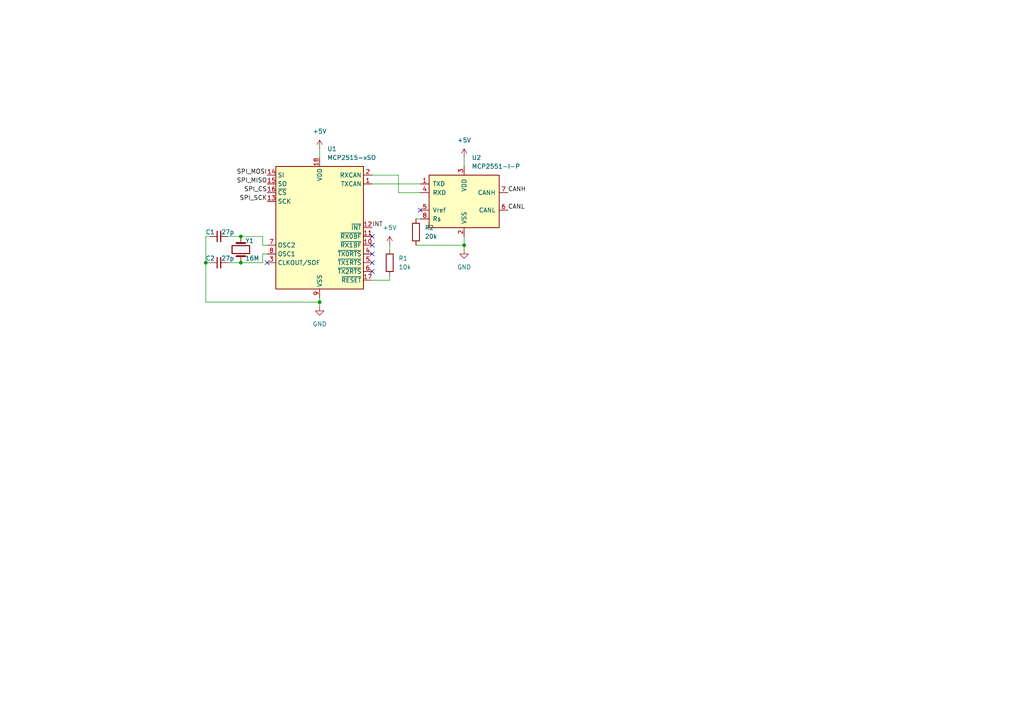
<source format=kicad_sch>
(kicad_sch (version 20231120) (generator "eeschema") (generator_version "8.0")
  (paper "A4")
  (lib_symbols
    (symbol "Device:C_Small" (pin_numbers hide) (pin_names (offset 0.254) hide)
      (property "Reference" "C" (at 0.254 1.778 0))
      (property "Value" "C_Small" (at 0.254 -2.032 0))
      (symbol "C_Small_0_1"
        (polyline (pts (xy -1.524 -0.508) (xy 1.524 -0.508)) (stroke (width 0.3302)))
        (polyline (pts (xy -1.524 0.508) (xy 1.524 0.508)) (stroke (width 0.3048)))
      )
      (symbol "C_Small_1_1"
        (pin passive line (at 0 2.54 270) (length 2.032) (name "~") (number "1"))
        (pin passive line (at 0 -2.54 90) (length 2.032) (name "~") (number "2"))
      )
    )
    (symbol "Device:Crystal" (pin_numbers hide) (pin_names (offset 1.016) hide)
      (property "Reference" "Y" (at 0 3.81 0))
      (property "Value" "Crystal" (at 0 -3.81 0))
      (symbol "Crystal_0_1"
        (rectangle (start -1.143 2.54) (end 1.143 -2.54) (stroke (width 0.3048)))
        (polyline (pts (xy -2.54 0) (xy -1.905 0)))
        (polyline (pts (xy -1.905 -1.27) (xy -1.905 1.27)) (stroke (width 0.508)))
        (polyline (pts (xy 1.905 -1.27) (xy 1.905 1.27)) (stroke (width 0.508)))
        (polyline (pts (xy 2.54 0) (xy 1.905 0)))
      )
      (symbol "Crystal_1_1"
        (pin passive line (at -3.81 0 0) (length 1.27) (name "1") (number "1"))
        (pin passive line (at 3.81 0 180) (length 1.27) (name "2") (number "2"))
      )
    )
    (symbol "Device:R" (pin_numbers hide) (pin_names (offset 0))
      (property "Reference" "R" (at 2.032 0 90))
      (property "Value" "R" (at 0 0 90))
      (symbol "R_0_1"
        (rectangle (start -1.016 -2.54) (end 1.016 2.54) (stroke (width 0.254)))
      )
      (symbol "R_1_1"
        (pin passive line (at 0 3.81 270) (length 1.27) (name "~") (number "1"))
        (pin passive line (at 0 -3.81 90) (length 1.27) (name "~") (number "2"))
      )
    )
    (symbol "Interface_CAN_LIN:MCP2515-xSO"
      (property "Reference" "U" (at -10.16 19.685 0))
      (property "Value" "MCP2515-xSO" (at 19.05 20.32 0))
      (symbol "MCP2515-xSO_0_1"
        (rectangle (start -12.7 17.78) (end 12.7 -17.78) (stroke (width 0.254)) (fill (type background)))
      )
      (symbol "MCP2515-xSO_1_1"
        (pin output line (at 15.24 12.7 180) (length 2.54) (name "TXCAN") (number "1"))
        (pin output line (at 15.24 -5.08 180) (length 2.54) (name "~{RX1BF}") (number "10"))
        (pin output line (at 15.24 -2.54 180) (length 2.54) (name "~{RX0BF}") (number "11"))
        (pin output line (at 15.24 0 180) (length 2.54) (name "~{INT}") (number "12"))
        (pin input line (at -15.24 7.62 0) (length 2.54) (name "SCK") (number "13"))
        (pin input line (at -15.24 15.24 0) (length 2.54) (name "SI") (number "14"))
        (pin output line (at -15.24 12.7 0) (length 2.54) (name "SO") (number "15"))
        (pin input line (at -15.24 10.16 0) (length 2.54) (name "~{CS}") (number "16"))
        (pin input line (at 15.24 -15.24 180) (length 2.54) (name "~{RESET}") (number "17"))
        (pin power_in line (at 0 20.32 270) (length 2.54) (name "VDD") (number "18"))
        (pin input line (at 15.24 15.24 180) (length 2.54) (name "RXCAN") (number "2"))
        (pin output line (at -15.24 -10.16 0) (length 2.54) (name "CLKOUT/SOF") (number "3"))
        (pin input line (at 15.24 -7.62 180) (length 2.54) (name "~{TX0RTS}") (number "4"))
        (pin input line (at 15.24 -10.16 180) (length 2.54) (name "~{TX1RTS}") (number "5"))
        (pin input line (at 15.24 -12.7 180) (length 2.54) (name "~{TX2RTS}") (number "6"))
        (pin output line (at -15.24 -5.08 0) (length 2.54) (name "OSC2") (number "7"))
        (pin input line (at -15.24 -7.62 0) (length 2.54) (name "OSC1") (number "8"))
        (pin power_in line (at 0 -20.32 90) (length 2.54) (name "VSS") (number "9"))
      )
    )
    (symbol "Interface_CAN_LIN:MCP2551-I-P" (pin_names (offset 1.016))
      (property "Reference" "U" (at -10.16 8.89 0))
      (property "Value" "MCP2551-I-P" (at 2.54 8.89 0))
      (symbol "MCP2551-I-P_0_1"
        (rectangle (start -10.16 7.62) (end 10.16 -7.62) (stroke (width 0.254)) (fill (type background)))
      )
      (symbol "MCP2551-I-P_1_1"
        (pin input line (at -12.7 5.08 0) (length 2.54) (name "TXD") (number "1"))
        (pin power_in line (at 0 -10.16 90) (length 2.54) (name "VSS") (number "2"))
        (pin power_in line (at 0 10.16 270) (length 2.54) (name "VDD") (number "3"))
        (pin output line (at -12.7 2.54 0) (length 2.54) (name "RXD") (number "4"))
        (pin power_out line (at -12.7 -2.54 0) (length 2.54) (name "Vref") (number "5"))
        (pin bidirectional line (at 12.7 -2.54 180) (length 2.54) (name "CANL") (number "6"))
        (pin bidirectional line (at 12.7 2.54 180) (length 2.54) (name "CANH") (number "7"))
        (pin input line (at -12.7 -5.08 0) (length 2.54) (name "Rs") (number "8"))
      )
    )
    (symbol "power:+5V" (power) (pin_names (offset 0))
      (property "Value" "+5V" (at 0 3.556 0))
      (symbol "+5V_0_1"
        (polyline (pts (xy -0.762 1.27) (xy 0 2.54)))
        (polyline (pts (xy 0 0) (xy 0 2.54)))
        (polyline (pts (xy 0 2.54) (xy 0.762 1.27)))
      )
      (symbol "+5V_1_1"
        (pin power_in line (at 0 0 90) (length 0) hide (name "+5V") (number "1"))
      )
    )
    (symbol "power:GND" (power) (pin_names (offset 0))
      (property "Value" "GND" (at 0 -3.81 0))
      (symbol "GND_0_1"
        (polyline (pts (xy 0 0) (xy 0 -1.27) (xy 1.27 -1.27) (xy 0 -2.54) (xy -1.27 -1.27) (xy 0 -1.27)))
      )
      (symbol "GND_1_1"
        (pin power_in line (at 0 0 270) (length 0) hide (name "GND") (number "1"))
      )
    )
  )
  (junction (at 69.85 76.2))
  (junction (at 69.85 68.58))
  (junction (at 59.69 76.2))
  (junction (at 134.62 71.12))
  (junction (at 92.71 87.63))
  (no_connect (at 107.95 76.2))
  (no_connect (at 121.92 60.96))
  (no_connect (at 77.47 76.2))
  (no_connect (at 107.95 78.74))
  (no_connect (at 107.95 68.58))
  (no_connect (at 107.95 71.12))
  (no_connect (at 107.95 73.66))
  (wire (pts (xy 77.47 71.12) (xy 76.2 71.12)))
  (wire (pts (xy 92.71 87.63) (xy 92.71 88.9)))
  (wire (pts (xy 59.69 87.63) (xy 92.71 87.63)))
  (wire (pts (xy 59.69 68.58) (xy 60.96 68.58)))
  (wire (pts (xy 134.62 68.58) (xy 134.62 71.12)))
  (wire (pts (xy 92.71 43.18) (xy 92.71 45.72)))
  (wire (pts (xy 120.65 71.12) (xy 134.62 71.12)))
  (wire (pts (xy 121.92 63.5) (xy 120.65 63.5)))
  (wire (pts (xy 66.04 68.58) (xy 69.85 68.58)))
  (wire (pts (xy 121.92 55.88) (xy 115.57 55.88)))
  (wire (pts (xy 113.03 81.28) (xy 107.95 81.28)))
  (wire (pts (xy 76.2 68.58) (xy 69.85 68.58)))
  (wire (pts (xy 113.03 71.12) (xy 113.03 72.39)))
  (wire (pts (xy 77.47 73.66) (xy 76.2 73.66)))
  (wire (pts (xy 113.03 80.01) (xy 113.03 81.28)))
  (wire (pts (xy 59.69 76.2) (xy 59.69 87.63)))
  (wire (pts (xy 107.95 53.34) (xy 121.92 53.34)))
  (wire (pts (xy 134.62 45.72) (xy 134.62 48.26)))
  (wire (pts (xy 134.62 71.12) (xy 134.62 72.39)))
  (wire (pts (xy 115.57 50.8) (xy 107.95 50.8)))
  (wire (pts (xy 92.71 86.36) (xy 92.71 87.63)))
  (wire (pts (xy 115.57 55.88) (xy 115.57 50.8)))
  (wire (pts (xy 66.04 76.2) (xy 69.85 76.2)))
  (wire (pts (xy 76.2 71.12) (xy 76.2 68.58)))
  (wire (pts (xy 76.2 73.66) (xy 76.2 76.2)))
  (wire (pts (xy 59.69 76.2) (xy 60.96 76.2)))
  (wire (pts (xy 59.69 68.58) (xy 59.69 76.2)))
  (wire (pts (xy 76.2 76.2) (xy 69.85 76.2)))
  (label "SPI_MISO" (at 77.47 53.34 180))
  (label "INT" (at 107.95 66.04 0))
  (label "SPI_CS" (at 77.47 55.88 180))
  (label "SPI_MOSI" (at 77.47 50.8 180))
  (label "SPI_SCK" (at 77.47 58.42 180))
  (label "CANH" (at 147.32 55.88 0))
  (label "CANL" (at 147.32 60.96 0))
  (symbol (lib_id "power:GND") (at 134.62 72.39 0) (unit 1)
    (property "Reference" "#PWR05" (effects (hide yes)))
    (property "Value" "GND" (at 134.62 77.47 0))
  )
  (symbol (lib_id "Device:R") (at 120.65 67.31 0) (unit 1)
    (property "Reference" "R2" (at 123.19 66.04 0) (effects (justify left)))
    (property "Value" "20k" (at 123.19 68.58 0) (effects (justify left)))
    (property "Footprint" "Resistor_THT:R_Axial_DIN0207_L6.3mm_D2.5mm_P7.62mm_Horizontal" (effects (hide yes)))
  )
  (symbol (lib_id "power:+5V") (at 134.62 45.72 0) (unit 1)
    (property "Reference" "#PWR04" (effects (hide yes)))
    (property "Value" "+5V" (at 134.62 40.64 0))
  )
  (symbol (lib_id "power:GND") (at 92.71 88.9 0) (unit 1)
    (property "Reference" "#PWR02" (effects (hide yes)))
    (property "Value" "GND" (at 92.71 93.98 0))
  )
  (symbol (lib_id "Interface_CAN_LIN:MCP2551-I-P") (at 134.62 58.42 0) (unit 1)
    (property "Reference" "U2" (at 136.8141 45.72 0) (effects (justify left)))
    (property "Value" "MCP2551-I-P" (at 136.8141 48.26 0) (effects (justify left)))
    (property "Footprint" "Package_DIP:DIP-8_W7.62mm" (effects (hide yes)))
    (property "Datasheet" "http://ww1.microchip.com/downloads/en/devicedoc/21667d.pdf" (effects (hide yes)))
  )
  (symbol (lib_id "power:+5V") (at 92.71 43.18 0) (unit 1)
    (property "Reference" "#PWR01" (effects (hide yes)))
    (property "Value" "+5V" (at 92.71 38.1 0))
  )
  (symbol (lib_id "power:+5V") (at 113.03 71.12 0) (unit 1)
    (property "Reference" "#PWR03" (effects (hide yes)))
    (property "Value" "+5V" (at 113.03 66.04 0))
  )
  (symbol (lib_id "Device:C_Small") (at 63.5 76.2 90) (unit 1)
    (property "Reference" "C2" (at 60.96 74.93 90))
    (property "Value" "27p" (at 66.04 74.93 90))
    (property "Footprint" "Capacitor_THT:C_Disc_D5.1mm_W3.2mm_P5.00mm" (effects (hide yes)))
  )
  (symbol (lib_id "Device:C_Small") (at 63.5 68.58 90) (unit 1)
    (property "Reference" "C1" (at 60.96 67.31 90))
    (property "Value" "27p" (at 66.04 67.31 90))
    (property "Footprint" "Capacitor_THT:C_Disc_D5.1mm_W3.2mm_P5.00mm" (effects (hide yes)))
  )
  (symbol (lib_id "Interface_CAN_LIN:MCP2515-xSO") (at 92.71 66.04 0) (unit 1)
    (property "Reference" "U1" (at 94.9041 43.18 0) (effects (justify left)))
    (property "Value" "MCP2515-xSO" (at 94.9041 45.72 0) (effects (justify left)))
    (property "Footprint" "Package_DIP:DIP-18_W7.62mm" (effects (hide yes)))
    (property "Datasheet" "http://ww1.microchip.com/downloads/en/DeviceDoc/21801e.pdf" (effects (hide yes)))
  )
  (symbol (lib_id "Device:R") (at 113.03 76.2 0) (unit 1)
    (property "Reference" "R1" (at 115.57 74.93 0) (effects (justify left)))
    (property "Value" "10k" (at 115.57 77.47 0) (effects (justify left)))
    (property "Footprint" "Resistor_THT:R_Axial_DIN0207_L6.3mm_D2.5mm_P7.62mm_Horizontal" (effects (hide yes)))
  )
  (symbol (lib_id "Device:Crystal") (at 69.85 72.39 270) (unit 1)
    (property "Reference" "Y1" (at 71.12 69.85 90) (effects (justify left)))
    (property "Value" "16M" (at 71.12 74.93 90) (effects (justify left)))
    (property "Footprint" "Crystal:Crystal_HC49-U_Vertical" (effects (hide yes)))
  )
)
</source>
